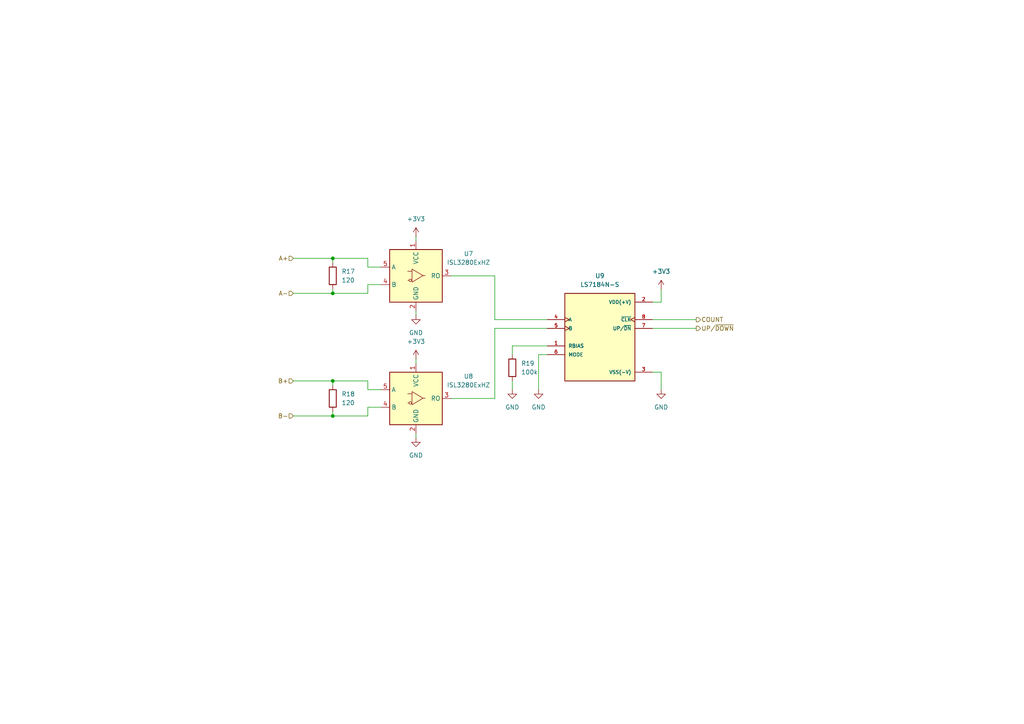
<source format=kicad_sch>
(kicad_sch (version 20250114) (generator "eeschema") (generator_version "9.0")
  (paper "A4")
  (title_block (title "TV slider") (date "2025-10-06") (rev "1") (company "NX Solutions"))
  (lib_symbols
    (symbol "Device:R" (pin_numbers (hide yes)) (pin_names (offset 0))
      (property "Reference" "R" (at 2.032 0 90))
      (property "Value" "R" (at 0 0 90))
      (symbol "R_0_1"
        (rectangle (start -1.016 -2.54) (end 1.016 2.54) (stroke (width 0.254)))
      )
      (symbol "R_1_1"
        (pin passive line (at 0 3.81 270) (length 1.27) (name "~") (number "1"))
        (pin passive line (at 0 -3.81 90) (length 1.27) (name "~") (number "2"))
      )
    )
    (symbol "Interface_UART:ISL3280ExHZ"
      (property "Reference" "U" (at 2.54 11.43 0))
      (property "Value" "ISL3280ExHZ" (at 2.54 8.89 0))
      (symbol "ISL3280ExHZ_0_1"
        (polyline (pts (xy -2.0574 -1.2954) (xy -2.3622 -1.2954)))
        (circle (center -1.651 -1.2954) (radius 0.3556))
        (polyline (pts (xy -1.143 1.9812) (xy -1.143 -1.8288) (xy 2.032 0.0762) (xy -1.143 1.9812) (xy -1.143 1.3462) (xy -2.413 1.3462)))
        (polyline (pts (xy 2.032 0.0762) (xy 2.667 0.0762)))
        (rectangle (start 7.62 7.62) (end -7.62 -7.62) (stroke (width 0.254)) (fill (type background)))
      )
      (symbol "ISL3280ExHZ_1_1"
        (pin input line (at -10.16 2.54 0) (length 2.54) (name "A") (number "5"))
        (pin input line (at -10.16 -2.54 0) (length 2.54) (name "B") (number "4"))
        (pin power_in line (at 0 10.16 270) (length 2.54) (name "VCC") (number "1"))
        (pin power_in line (at 0 -10.16 90) (length 2.54) (name "GND") (number "2"))
        (pin output line (at 10.16 0 180) (length 2.54) (name "RO") (number "3"))
      )
    )
    (symbol "local_library:LS7184N-S" (pin_names (offset 1.016))
      (property "Reference" "U" (at -10.16 13.462 0))
      (property "Value" "LS7184N-S" (at -10.16 -13.462 0))
      (symbol "LS7184N-S_0_0"
        (rectangle (start -10.16 -12.7) (end 10.16 12.7) (stroke (width 0.254)) (fill (type background)))
        (pin input clock (at -15.24 5.08 0) (length 5.08) (name "A") (number "4"))
        (pin input clock (at -15.24 2.54 0) (length 5.08) (name "B") (number "5"))
        (pin input line (at -15.24 -2.54 0) (length 5.08) (name "RBIAS") (number "1"))
        (pin input line (at -15.24 -5.08 0) (length 5.08) (name "MODE") (number "6"))
        (pin power_in line (at 15.24 10.16 180) (length 5.08) (name "VDD(+V)") (number "2"))
        (pin output clock (at 15.24 5.08 180) (length 5.08) (name "~{CLK}") (number "8"))
        (pin output line (at 15.24 2.54 180) (length 5.08) (name "UP/~{DN}") (number "7"))
        (pin power_in line (at 15.24 -10.16 180) (length 5.08) (name "VSS(-V)") (number "3"))
      )
    )
    (symbol "power:+3V3" (power) (pin_numbers (hide yes)) (pin_names (offset 0) (hide yes))
      (property "Value" "+3V3" (at 0 3.556 0))
      (symbol "+3V3_0_1"
        (polyline (pts (xy -0.762 1.27) (xy 0 2.54)))
        (polyline (pts (xy 0 2.54) (xy 0.762 1.27)))
        (polyline (pts (xy 0 0) (xy 0 2.54)))
      )
      (symbol "+3V3_1_1"
        (pin power_in line (at 0 0 90) (length 0) (name "~") (number "1"))
      )
    )
    (symbol "power:GND" (power) (pin_numbers (hide yes)) (pin_names (offset 0) (hide yes))
      (property "Value" "GND" (at 0 -3.81 0))
      (symbol "GND_0_1"
        (polyline (pts (xy 0 0) (xy 0 -1.27) (xy 1.27 -1.27) (xy 0 -2.54) (xy -1.27 -1.27) (xy 0 -1.27)))
      )
      (symbol "GND_1_1"
        (pin power_in line (at 0 0 270) (length 0) (name "~") (number "1"))
      )
    )
  )
  (junction (at 96.52 110.49))
  (junction (at 96.52 120.65))
  (junction (at 96.52 85.09))
  (junction (at 96.52 74.93))
  (wire (pts (xy 191.77 107.95) (xy 191.77 113.03)))
  (wire (pts (xy 156.21 102.87) (xy 158.75 102.87)))
  (wire (pts (xy 106.68 77.47) (xy 110.49 77.47)))
  (wire (pts (xy 85.09 85.09) (xy 96.52 85.09)))
  (wire (pts (xy 189.23 87.63) (xy 191.77 87.63)))
  (wire (pts (xy 106.68 110.49) (xy 106.68 113.03)))
  (wire (pts (xy 106.68 120.65) (xy 106.68 118.11)))
  (wire (pts (xy 148.59 100.33) (xy 148.59 102.87)))
  (wire (pts (xy 96.52 74.93) (xy 106.68 74.93)))
  (wire (pts (xy 96.52 83.82) (xy 96.52 85.09)))
  (wire (pts (xy 189.23 92.71) (xy 201.93 92.71)))
  (wire (pts (xy 106.68 118.11) (xy 110.49 118.11)))
  (wire (pts (xy 143.51 95.25) (xy 158.75 95.25)))
  (wire (pts (xy 85.09 110.49) (xy 96.52 110.49)))
  (wire (pts (xy 143.51 92.71) (xy 158.75 92.71)))
  (wire (pts (xy 143.51 115.57) (xy 143.51 95.25)))
  (wire (pts (xy 96.52 110.49) (xy 96.52 111.76)))
  (wire (pts (xy 191.77 87.63) (xy 191.77 83.82)))
  (wire (pts (xy 96.52 74.93) (xy 96.52 76.2)))
  (wire (pts (xy 106.68 113.03) (xy 110.49 113.03)))
  (wire (pts (xy 96.52 119.38) (xy 96.52 120.65)))
  (wire (pts (xy 106.68 82.55) (xy 110.49 82.55)))
  (wire (pts (xy 96.52 110.49) (xy 106.68 110.49)))
  (wire (pts (xy 120.65 90.17) (xy 120.65 91.44)))
  (wire (pts (xy 85.09 74.93) (xy 96.52 74.93)))
  (wire (pts (xy 189.23 107.95) (xy 191.77 107.95)))
  (wire (pts (xy 120.65 104.14) (xy 120.65 105.41)))
  (wire (pts (xy 158.75 100.33) (xy 148.59 100.33)))
  (wire (pts (xy 189.23 95.25) (xy 201.93 95.25)))
  (wire (pts (xy 106.68 74.93) (xy 106.68 77.47)))
  (wire (pts (xy 130.81 80.01) (xy 143.51 80.01)))
  (wire (pts (xy 130.81 115.57) (xy 143.51 115.57)))
  (wire (pts (xy 120.65 125.73) (xy 120.65 127)))
  (wire (pts (xy 156.21 102.87) (xy 156.21 113.03)))
  (wire (pts (xy 106.68 85.09) (xy 106.68 82.55)))
  (wire (pts (xy 96.52 85.09) (xy 106.68 85.09)))
  (wire (pts (xy 143.51 80.01) (xy 143.51 92.71)))
  (wire (pts (xy 96.52 120.65) (xy 106.68 120.65)))
  (wire (pts (xy 85.09 120.65) (xy 96.52 120.65)))
  (wire (pts (xy 120.65 68.58) (xy 120.65 69.85)))
  (wire (pts (xy 148.59 110.49) (xy 148.59 113.03)))
  (hierarchical_label "A+" (shape input) (at 85.09 74.93 180))
  (hierarchical_label "B+" (shape input) (at 85.09 110.49 180))
  (hierarchical_label "UP{slash}~{DOWN}" (shape output) (at 201.93 95.25 0))
  (hierarchical_label "COUNT" (shape output) (at 201.93 92.71 0))
  (hierarchical_label "A-" (shape input) (at 85.09 85.09 180))
  (hierarchical_label "B-" (shape input) (at 85.09 120.65 180))
  (symbol (lib_id "Interface_UART:ISL3280ExHZ") (at 120.65 80.01 0) (unit 1)
    (property "Reference" "U7" (at 135.89 73.5898 0))
    (property "Value" "ISL3280ExHZ" (at 135.89 76.1298 0))
    (property "Footprint" "Package_TO_SOT_SMD:SOT-23-5" (effects (hide yes)))
    (property "Datasheet" "https://www.renesas.com/us/en/www/doc/datasheet/isl3280e-81e-82e-83e-84e-85e.pdf" (effects (hide yes)))
    (property "Description" "RS485, RS422, 20Mbps Transceiver, 3.0V to 5.5V, SOT-23-5" (effects (hide yes)))
    (property "Supplier" "Digi-Key" (effects (hide yes)))
    (property "SupplierPN" "ISL3280EIHZ-TCT-ND" (effects (hide yes)))
    (property "MF" "Renesas" (effects (hide yes)))
    (property "MP" "ISL3280EIHZ-T" (effects (hide yes)))
  )
  (symbol (lib_id "Device:R") (at 148.59 106.68 0) (unit 1)
    (property "Reference" "R19" (at 151.13 105.4099 0) (effects (justify left)))
    (property "Value" "100k" (at 151.13 107.9499 0) (effects (justify left)))
    (property "Footprint" "Resistor_SMD:R_0603_1608Metric" (effects (hide yes)))
    (property "Description" "Resistor" (effects (hide yes)))
    (property "Supplier" "Digi-Key" (effects (hide yes)))
    (property "SupplierPN" "RC0603FR-07100KL" (effects (hide yes)))
    (property "MF" "Yageo" (effects (hide yes)))
    (property "MP" "RC0603FR-07100KL" (effects (hide yes)))
  )
  (symbol (lib_id "power:GND") (at 120.65 127 0) (unit 1)
    (property "Reference" "#PWR071" (effects (hide yes)))
    (property "Value" "GND" (at 120.65 132.08 0))
    (property "Description" "Power symbol creates a global label with name \"GND\" , ground" (effects (hide yes)))
  )
  (symbol (lib_id "local_library:LS7184N-S") (at 173.99 97.79 0) (unit 1)
    (property "Reference" "U9" (at 173.99 80.01 0))
    (property "Value" "LS7184N-S" (at 173.99 82.55 0))
    (property "Footprint" "local_library:SOIC127P600X175-8N" (effects (hide yes)))
    (property "MF" "LSI" (effects (hide yes)))
    (property "MAXIMUM_PACKAGE_HEIGHT" "1.75 mm" (effects (hide yes)))
    (property "Package" "SOIC-8 LSI/CSI" (effects (hide yes)))
    (property "Price" "None" (effects (hide yes)))
    (property "Check_prices" "https://www.snapeda.com/parts/LS7184N-S/LSI+Logic/view-part/?ref=eda" (effects (hide yes)))
    (property "STANDARD" "IPC 7351B" (effects (hide yes)))
    (property "PARTREV" "June 2015" (effects (hide yes)))
    (property "SnapEDA_Link" "https://www.snapeda.com/parts/LS7184N-S/LSI+Logic/view-part/?ref=snap" (effects (hide yes)))
    (property "MP" "LS7184N-S" (effects (hide yes)))
    (property "Description_1" "QUADRATURE CLOCK CONVERTER" (effects (hide yes)))
    (property "Availability" "In Stock" (effects (hide yes)))
    (property "MANUFACTURER" "LSI/CSI" (effects (hide yes)))
    (property "Supplier" "Digi-Key" (effects (hide yes)))
    (property "SupplierPN" "2808-LS7184N-S-ND" (effects (hide yes)))
  )
  (symbol (lib_id "power:+3V3") (at 191.77 83.82 0) (unit 1)
    (property "Reference" "#PWR074" (effects (hide yes)))
    (property "Value" "+3V3" (at 191.77 78.74 0))
    (property "Description" "Power symbol creates a global label with name \"+3V3\"" (effects (hide yes)))
  )
  (symbol (lib_id "Device:R") (at 96.52 115.57 0) (unit 1)
    (property "Reference" "R18" (at 99.06 114.2999 0) (effects (justify left)))
    (property "Value" "120" (at 99.06 116.8399 0) (effects (justify left)))
    (property "Footprint" "Resistor_SMD:R_0603_1608Metric" (effects (hide yes)))
    (property "Description" "Resistor" (effects (hide yes)))
    (property "Supplier" "Digi-Key" (effects (hide yes)))
    (property "SupplierPN" "RC0603FR-07120RL" (effects (hide yes)))
    (property "MF" "Yageo" (effects (hide yes)))
    (property "MP" "RC0603FR-07120RL" (effects (hide yes)))
  )
  (symbol (lib_id "power:GND") (at 148.59 113.03 0) (unit 1)
    (property "Reference" "#PWR072" (effects (hide yes)))
    (property "Value" "GND" (at 148.59 118.11 0))
    (property "Description" "Power symbol creates a global label with name \"GND\" , ground" (effects (hide yes)))
  )
  (symbol (lib_id "Device:R") (at 96.52 80.01 0) (unit 1)
    (property "Reference" "R17" (at 99.06 78.7399 0) (effects (justify left)))
    (property "Value" "120" (at 99.06 81.2799 0) (effects (justify left)))
    (property "Footprint" "Resistor_SMD:R_0603_1608Metric" (effects (hide yes)))
    (property "Description" "Resistor" (effects (hide yes)))
    (property "Supplier" "Digi-Key" (effects (hide yes)))
    (property "SupplierPN" "RC0603FR-07120RL" (effects (hide yes)))
    (property "MF" "Yageo" (effects (hide yes)))
    (property "MP" "RC0603FR-07120RL" (effects (hide yes)))
  )
  (symbol (lib_id "power:GND") (at 191.77 113.03 0) (unit 1)
    (property "Reference" "#PWR075" (effects (hide yes)))
    (property "Value" "GND" (at 191.77 118.11 0))
    (property "Description" "Power symbol creates a global label with name \"GND\" , ground" (effects (hide yes)))
  )
  (symbol (lib_id "power:GND") (at 156.21 113.03 0) (unit 1)
    (property "Reference" "#PWR073" (effects (hide yes)))
    (property "Value" "GND" (at 156.21 118.11 0))
    (property "Description" "Power symbol creates a global label with name \"GND\" , ground" (effects (hide yes)))
  )
  (symbol (lib_id "power:+3V3") (at 120.65 68.58 0) (unit 1)
    (property "Reference" "#PWR068" (effects (hide yes)))
    (property "Value" "+3V3" (at 120.65 63.5 0))
    (property "Description" "Power symbol creates a global label with name \"+3V3\"" (effects (hide yes)))
  )
  (symbol (lib_id "power:+3V3") (at 120.65 104.14 0) (unit 1)
    (property "Reference" "#PWR070" (effects (hide yes)))
    (property "Value" "+3V3" (at 120.65 99.06 0))
    (property "Description" "Power symbol creates a global label with name \"+3V3\"" (effects (hide yes)))
  )
  (symbol (lib_id "Interface_UART:ISL3280ExHZ") (at 120.65 115.57 0) (unit 1)
    (property "Reference" "U8" (at 135.89 109.1498 0))
    (property "Value" "ISL3280ExHZ" (at 135.89 111.6898 0))
    (property "Footprint" "Package_TO_SOT_SMD:SOT-23-5" (effects (hide yes)))
    (property "Datasheet" "https://www.renesas.com/us/en/www/doc/datasheet/isl3280e-81e-82e-83e-84e-85e.pdf" (effects (hide yes)))
    (property "Description" "RS485, RS422, 20Mbps Transceiver, 3.0V to 5.5V, SOT-23-5" (effects (hide yes)))
    (property "Supplier" "Digi-Key" (effects (hide yes)))
    (property "SupplierPN" "ISL3280EIHZ-TCT-ND" (effects (hide yes)))
    (property "MF" "Renesas" (effects (hide yes)))
    (property "MP" "ISL3280EIHZ-T" (effects (hide yes)))
  )
  (symbol (lib_id "power:GND") (at 120.65 91.44 0) (unit 1)
    (property "Reference" "#PWR069" (effects (hide yes)))
    (property "Value" "GND" (at 120.65 96.52 0))
    (property "Description" "Power symbol creates a global label with name \"GND\" , ground" (effects (hide yes)))
  )
)
</source>
